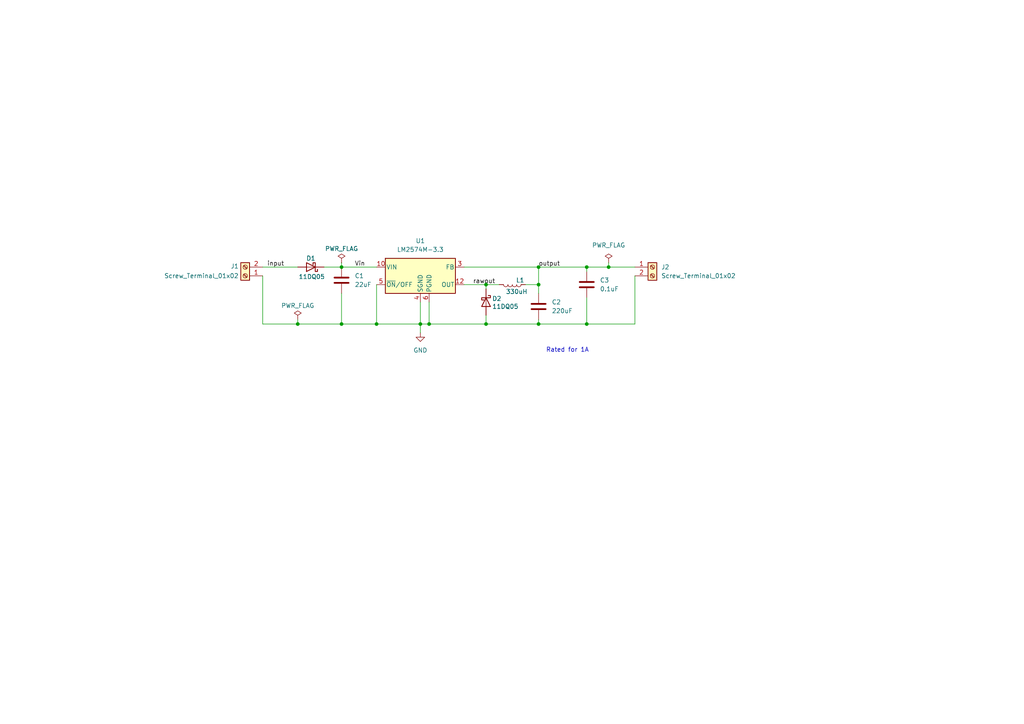
<source format=kicad_sch>
(kicad_sch (version 20231120) (generator "eeschema") (generator_version "8.0")
  (paper "A4")
  (title_block (title "4s battery 3.3 1.1A power supply voltage regulator") (rev "0.1") (company "Paul Gabel"))
  (lib_symbols
    (symbol "Connector:Screw_Terminal_01x02" (pin_names (offset 1.016) hide)
      (property "Reference" "J" (at 0 2.54 0))
      (property "Value" "Screw_Terminal_01x02" (at 0 -5.08 0))
      (symbol "Screw_Terminal_01x02_1_1"
        (rectangle (start -1.27 1.27) (end 1.27 -3.81) (stroke (width 0.254)) (fill (type background)))
        (circle (center 0 -2.54) (radius 0.635) (stroke (width 0.1524)))
        (polyline (pts (xy -0.5334 -2.2098) (xy 0.3302 -3.048)) (stroke (width 0.1524)))
        (polyline (pts (xy -0.5334 0.3302) (xy 0.3302 -0.508)) (stroke (width 0.1524)))
        (polyline (pts (xy -0.3556 -2.032) (xy 0.508 -2.8702)) (stroke (width 0.1524)))
        (polyline (pts (xy -0.3556 0.508) (xy 0.508 -0.3302)) (stroke (width 0.1524)))
        (circle (center 0 0) (radius 0.635) (stroke (width 0.1524)))
        (pin passive line (at -5.08 0 0) (length 3.81) (name "Pin_1") (number "1"))
        (pin passive line (at -5.08 -2.54 0) (length 3.81) (name "Pin_2") (number "2"))
      )
    )
    (symbol "Device:C" (pin_numbers hide) (pin_names (offset 0.254))
      (property "Reference" "C" (at 0.635 2.54 0))
      (property "Value" "C" (at 0.635 -2.54 0))
      (symbol "C_0_1"
        (polyline (pts (xy -2.032 -0.762) (xy 2.032 -0.762)) (stroke (width 0.508)))
        (polyline (pts (xy -2.032 0.762) (xy 2.032 0.762)) (stroke (width 0.508)))
      )
      (symbol "C_1_1"
        (pin passive line (at 0 3.81 270) (length 2.794) (name "~") (number "1"))
        (pin passive line (at 0 -3.81 90) (length 2.794) (name "~") (number "2"))
      )
    )
    (symbol "Device:D_Schottky" (pin_numbers hide) (pin_names (offset 1.016) hide)
      (property "Reference" "D" (at 0 2.54 0))
      (property "Value" "D_Schottky" (at 0 -2.54 0))
      (symbol "D_Schottky_0_1"
        (polyline (pts (xy 1.27 0) (xy -1.27 0)))
        (polyline (pts (xy 1.27 1.27) (xy 1.27 -1.27) (xy -1.27 0) (xy 1.27 1.27)) (stroke (width 0.254)))
        (polyline (pts (xy -1.905 0.635) (xy -1.905 1.27) (xy -1.27 1.27) (xy -1.27 -1.27) (xy -0.635 -1.27) (xy -0.635 -0.635)) (stroke (width 0.254)))
      )
      (symbol "D_Schottky_1_1"
        (pin passive line (at -3.81 0 0) (length 2.54) (name "K") (number "1"))
        (pin passive line (at 3.81 0 180) (length 2.54) (name "A") (number "2"))
      )
    )
    (symbol "Device:L" (pin_numbers hide) (pin_names (offset 1.016) hide)
      (property "Reference" "L" (at -1.27 0 90))
      (property "Value" "L" (at 1.905 0 90))
      (symbol "L_0_1"
        (arc (start 0 -2.54) (mid 0.6323 -1.905) (end 0 -1.27))
        (arc (start 0 -1.27) (mid 0.6323 -0.635) (end 0 0))
        (arc (start 0 0) (mid 0.6323 0.635) (end 0 1.27))
        (arc (start 0 1.27) (mid 0.6323 1.905) (end 0 2.54))
      )
      (symbol "L_1_1"
        (pin passive line (at 0 3.81 270) (length 1.27) (name "1") (number "1"))
        (pin passive line (at 0 -3.81 90) (length 1.27) (name "2") (number "2"))
      )
    )
    (symbol "Regulator_Switching:LM2574M-3.3" (pin_names (offset 0.254))
      (property "Reference" "U" (at -10.16 6.35 0))
      (property "Value" "LM2574M-3.3" (at -5.08 6.35 0))
      (symbol "LM2574M-3.3_0_1"
        (rectangle (start -10.16 5.08) (end 10.16 -5.08) (stroke (width 0.254)) (fill (type background)))
      )
      (symbol "LM2574M-3.3_1_1"
        (pin power_in line (at -12.7 2.54 0) (length 2.54) (name "VIN") (number "10"))
        (pin output line (at 12.7 -2.54 180) (length 2.54) (name "OUT") (number "12"))
        (pin input line (at 12.7 2.54 180) (length 2.54) (name "FB") (number "3"))
        (pin power_in line (at 0 -7.62 90) (length 2.54) (name "SGND") (number "4"))
        (pin input line (at -12.7 -2.54 0) (length 2.54) (name "~{ON}/OFF") (number "5"))
        (pin power_in line (at 2.54 -7.62 90) (length 2.54) (name "PGND") (number "6"))
      )
    )
    (symbol "power:GND" (power) (pin_numbers hide) (pin_names (offset 0) hide)
      (property "Value" "GND" (at 0 -3.81 0))
      (symbol "GND_0_1"
        (polyline (pts (xy 0 0) (xy 0 -1.27) (xy 1.27 -1.27) (xy 0 -2.54) (xy -1.27 -1.27) (xy 0 -1.27)))
      )
      (symbol "GND_1_1"
        (pin power_in line (at 0 0 270) (length 0) (name "~") (number "1"))
      )
    )
    (symbol "power:PWR_FLAG" (power) (pin_numbers hide) (pin_names (offset 0) hide)
      (property "Value" "PWR_FLAG" (at 0 3.81 0))
      (symbol "PWR_FLAG_0_0"
        (pin power_out line (at 0 0 90) (length 0) (name "~") (number "1"))
      )
      (symbol "PWR_FLAG_0_1"
        (polyline (pts (xy 0 0) (xy 0 1.27) (xy -1.016 1.905) (xy 0 2.54) (xy 1.016 1.905) (xy 0 1.27)))
      )
    )
  )
  (junction (at 121.92 93.98))
  (junction (at 140.97 93.98))
  (junction (at 109.22 93.98))
  (junction (at 156.21 77.47))
  (junction (at 156.21 93.98))
  (junction (at 170.18 77.47))
  (junction (at 176.53 77.47))
  (junction (at 156.21 82.55))
  (junction (at 140.97 82.55))
  (junction (at 86.36 93.98))
  (junction (at 124.46 93.98))
  (junction (at 99.06 93.98))
  (junction (at 99.06 77.47))
  (junction (at 170.18 93.98))
  (wire (pts (xy 170.18 93.98) (xy 184.15 93.98)))
  (wire (pts (xy 156.21 92.71) (xy 156.21 93.98)))
  (wire (pts (xy 170.18 77.47) (xy 170.18 78.74)))
  (wire (pts (xy 156.21 93.98) (xy 170.18 93.98)))
  (wire (pts (xy 124.46 87.63) (xy 124.46 93.98)))
  (wire (pts (xy 170.18 86.36) (xy 170.18 93.98)))
  (wire (pts (xy 76.2 93.98) (xy 86.36 93.98)))
  (wire (pts (xy 99.06 85.09) (xy 99.06 93.98)))
  (wire (pts (xy 99.06 76.2) (xy 99.06 77.47)))
  (wire (pts (xy 176.53 77.47) (xy 184.15 77.47)))
  (wire (pts (xy 176.53 76.2) (xy 176.53 77.47)))
  (wire (pts (xy 140.97 82.55) (xy 144.78 82.55)))
  (wire (pts (xy 140.97 83.82) (xy 140.97 82.55)))
  (wire (pts (xy 121.92 87.63) (xy 121.92 93.98)))
  (wire (pts (xy 99.06 77.47) (xy 109.22 77.47)))
  (wire (pts (xy 76.2 77.47) (xy 86.36 77.47)))
  (wire (pts (xy 86.36 93.98) (xy 99.06 93.98)))
  (wire (pts (xy 156.21 77.47) (xy 170.18 77.47)))
  (wire (pts (xy 93.98 77.47) (xy 99.06 77.47)))
  (wire (pts (xy 184.15 80.01) (xy 184.15 93.98)))
  (wire (pts (xy 134.62 77.47) (xy 156.21 77.47)))
  (wire (pts (xy 140.97 91.44) (xy 140.97 93.98)))
  (wire (pts (xy 109.22 82.55) (xy 109.22 93.98)))
  (wire (pts (xy 124.46 93.98) (xy 121.92 93.98)))
  (wire (pts (xy 121.92 93.98) (xy 121.92 96.52)))
  (wire (pts (xy 134.62 82.55) (xy 140.97 82.55)))
  (wire (pts (xy 99.06 93.98) (xy 109.22 93.98)))
  (wire (pts (xy 156.21 82.55) (xy 156.21 85.09)))
  (wire (pts (xy 86.36 92.71) (xy 86.36 93.98)))
  (wire (pts (xy 140.97 93.98) (xy 156.21 93.98)))
  (wire (pts (xy 76.2 80.01) (xy 76.2 93.98)))
  (wire (pts (xy 170.18 77.47) (xy 176.53 77.47)))
  (wire (pts (xy 156.21 77.47) (xy 156.21 82.55)))
  (wire (pts (xy 152.4 82.55) (xy 156.21 82.55)))
  (wire (pts (xy 109.22 93.98) (xy 121.92 93.98)))
  (wire (pts (xy 140.97 93.98) (xy 124.46 93.98)))
  (text "Rated for 1A" (at 164.592 101.6 0) (effects (font (size 1.27 1.27))))
  (label "output" (at 156.21 77.47 0))
  (label "input" (at 77.47 77.47 0))
  (label "rawout" (at 137.16 82.55 0))
  (label "Vin" (at 102.87 77.47 0))
  (symbol (lib_id "Device:C") (at 99.06 81.28 0) (unit 1)
    (property "Reference" "C1" (at 102.87 80.0099 0) (effects (justify left)))
    (property "Value" "22uF" (at 102.87 82.5499 0) (effects (justify left)))
    (property "Footprint" "Capacitor_THT:C_Radial_D5.0mm_H5.0mm_P2.00mm" (effects (hide yes)))
    (property "Description" "Unpolarized capacitor" (effects (hide yes)))
  )
  (symbol (lib_id "Connector:Screw_Terminal_01x02") (at 71.12 80.01 180) (unit 1)
    (property "Reference" "J1" (at 68.072 77.216 0))
    (property "Value" "Screw_Terminal_01x02" (at 58.42 80.01 0))
    (property "Footprint" "TerminalBlock_Phoenix:TerminalBlock_Phoenix_MKDS-1,5-2-5.08_1x02_P5.08mm_Horizontal" (effects (hide yes)))
    (property "Description" "Generic screw terminal, single row, 01x02, script generated (kicad-library-utils/schlib/autogen/connector/)" (effects (hide yes)))
  )
  (symbol (lib_id "Device:C") (at 156.21 88.9 0) (unit 1)
    (property "Reference" "C2" (at 160.02 87.6299 0) (effects (justify left)))
    (property "Value" "220uF" (at 160.02 90.1699 0) (effects (justify left)))
    (property "Footprint" "Capacitor_THT:C_Radial_D6.3mm_H11.0mm_P2.50mm" (effects (hide yes)))
    (property "Description" "Unpolarized capacitor" (effects (hide yes)))
  )
  (symbol (lib_id "Connector:Screw_Terminal_01x02") (at 189.23 77.47 0) (unit 1)
    (property "Reference" "J2" (at 191.77 77.4699 0) (effects (justify left)))
    (property "Value" "Screw_Terminal_01x02" (at 191.77 80.0099 0) (effects (justify left)))
    (property "Footprint" "TerminalBlock_Phoenix:TerminalBlock_Phoenix_MKDS-1,5-2-5.08_1x02_P5.08mm_Horizontal" (effects (hide yes)))
    (property "Description" "Generic screw terminal, single row, 01x02, script generated (kicad-library-utils/schlib/autogen/connector/)" (effects (hide yes)))
  )
  (symbol (lib_id "Regulator_Switching:LM2574M-3.3") (at 121.92 80.01 0) (unit 1)
    (property "Reference" "U1" (at 121.92 69.85 0))
    (property "Value" "LM2574M-3.3" (at 121.92 72.39 0))
    (property "Footprint" "Package_SO:SOIC-14W_7.5x9mm_P1.27mm" (effects (hide yes)))
    (property "Datasheet" "http://www.national.com/ds/LM/LM2574.pdf" (effects (hide yes)))
    (property "Description" "3.3V, 0.5A SIMPLE SWITCHER® Step-Down Voltage Regulator, SO-8" (effects (hide yes)))
  )
  (symbol (lib_id "Device:D_Schottky") (at 140.97 87.63 270) (unit 1)
    (property "Reference" "D2" (at 142.748 86.614 90) (effects (justify left)))
    (property "Value" "11DQ05" (at 142.748 88.9 90) (effects (justify left)))
    (property "Footprint" "Diode_THT:D_DO-41_SOD81_P7.62mm_Horizontal" (effects (hide yes)))
    (property "Description" "Schottky diode" (effects (hide yes)))
  )
  (symbol (lib_id "power:PWR_FLAG") (at 176.53 76.2 0) (unit 1)
    (property "Reference" "#FLG03" (effects (hide yes)))
    (property "Value" "PWR_FLAG" (at 176.53 71.12 0))
    (property "Description" "Special symbol for telling ERC where power comes from" (effects (hide yes)))
  )
  (symbol (lib_id "power:PWR_FLAG") (at 86.36 92.71 0) (unit 1)
    (property "Reference" "#FLG01" (effects (hide yes)))
    (property "Value" "PWR_FLAG" (at 86.36 88.646 0))
    (property "Description" "Special symbol for telling ERC where power comes from" (effects (hide yes)))
  )
  (symbol (lib_id "power:GND") (at 121.92 96.52 0) (unit 1)
    (property "Reference" "#PWR03" (effects (hide yes)))
    (property "Value" "GND" (at 121.92 101.6 0))
    (property "Description" "Power symbol creates a global label with name \"GND\" , ground" (effects (hide yes)))
  )
  (symbol (lib_id "Device:D_Schottky") (at 90.17 77.47 180) (unit 1)
    (property "Reference" "D1" (at 90.17 74.93 0))
    (property "Value" "11DQ05" (at 90.424 80.264 0))
    (property "Footprint" "Diode_THT:D_DO-41_SOD81_P7.62mm_Horizontal" (effects (hide yes)))
    (property "Description" "Schottky diode" (effects (hide yes)))
  )
  (symbol (lib_id "power:PWR_FLAG") (at 99.06 76.2 0) (unit 1)
    (property "Reference" "#FLG04" (effects (hide yes)))
    (property "Value" "PWR_FLAG" (at 99.06 72.136 0))
    (property "Description" "Special symbol for telling ERC where power comes from" (effects (hide yes)))
  )
  (symbol (lib_id "Device:C") (at 170.18 82.55 0) (unit 1)
    (property "Reference" "C3" (at 173.99 81.2799 0) (effects (justify left)))
    (property "Value" "0.1uF" (at 173.99 83.8199 0) (effects (justify left)))
    (property "Footprint" "Capacitor_THT:C_Disc_D3.0mm_W2.0mm_P2.50mm" (effects (hide yes)))
    (property "Description" "Unpolarized capacitor" (effects (hide yes)))
  )
  (symbol (lib_id "Device:L") (at 148.59 82.55 270) (unit 1)
    (property "Reference" "L1" (at 150.876 81.28 90))
    (property "Value" "330uH" (at 149.86 84.582 90))
    (property "Footprint" "Inductor_THT:L_Axial_L5.3mm_D2.2mm_P7.62mm_Horizontal_Vishay_IM-1" (effects (hide yes)))
    (property "Description" "Inductor" (effects (hide yes)))
  )
)
</source>
